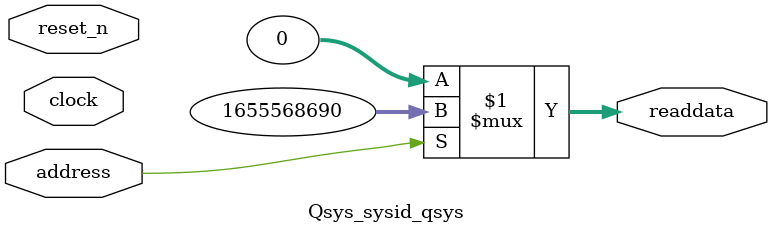
<source format=v>



// synthesis translate_off
`timescale 1ns / 1ps
// synthesis translate_on

// turn off superfluous verilog processor warnings 
// altera message_level Level1 
// altera message_off 10034 10035 10036 10037 10230 10240 10030 

module Qsys_sysid_qsys (
               // inputs:
                address,
                clock,
                reset_n,

               // outputs:
                readdata
             )
;

  output  [ 31: 0] readdata;
  input            address;
  input            clock;
  input            reset_n;

  wire    [ 31: 0] readdata;
  //control_slave, which is an e_avalon_slave
  assign readdata = address ? 1655568690 : 0;

endmodule



</source>
